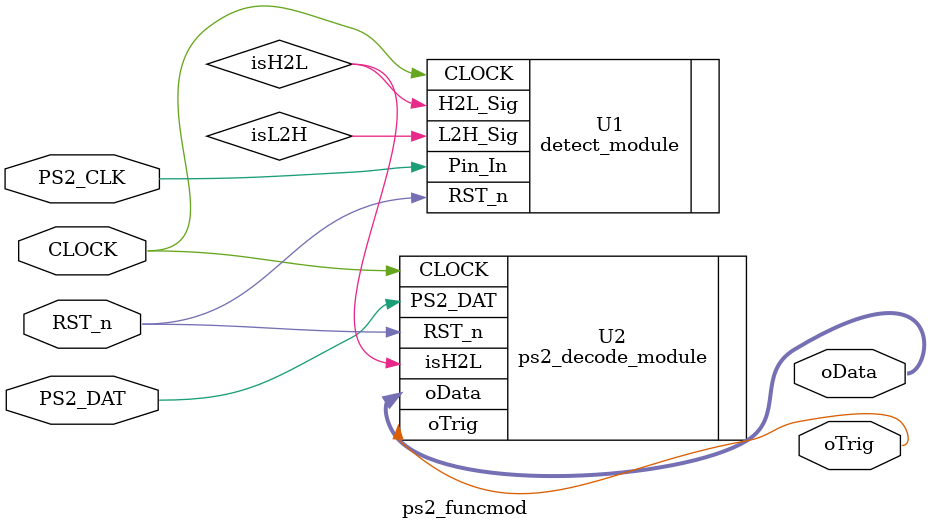
<source format=v>
module ps2_funcmod
(
    CLOCK, RST_n,
	PS2_CLK,PS2_DAT,
	oTrig,
	oData
);
    input CLOCK, RST_n;
	input PS2_CLK,PS2_DAT;
	output oTrig;
	output [7:0]oData;
    /******************************************/
    wire isH2L,isL2H;

    detect_module U1
	 (
	     .CLOCK( CLOCK ),
		  .RST_n( RST_n ),
		  .Pin_In( PS2_CLK ),    // input - from top
		  .H2L_Sig( isH2L ),   // output - to U2
		  .L2H_Sig( isL2H )    // output - to XX
	 );

    /******************************************/	
	ps2_decode_module U2
	(
		    .CLOCK( CLOCK ),
			.RST_n( RST_n ),
			.isH2L( isH2L ),
		    .PS2_DAT ( PS2_DAT ),    // input - from top
		    .oTrig ( oTrig ),        // output - to top
		    .oData ( oData )         // output - to top
	);	 

	/******************************************/        

endmodule

</source>
